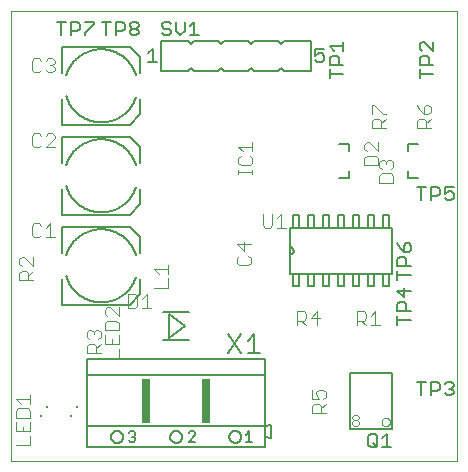
<source format=gto>
G75*
%MOIN*%
%OFA0B0*%
%FSLAX25Y25*%
%IPPOS*%
%LPD*%
%AMOC8*
5,1,8,0,0,1.08239X$1,22.5*
%
%ADD10C,0.00000*%
%ADD11C,0.00800*%
%ADD12C,0.00400*%
%ADD13C,0.00600*%
%ADD14C,0.00984*%
%ADD15R,0.00787X0.00787*%
%ADD16C,0.00500*%
%ADD17C,0.00200*%
%ADD18C,0.00300*%
%ADD19R,0.03000X0.15000*%
%ADD20C,0.00700*%
D10*
X0001800Y0001800D02*
X0001800Y0151761D01*
X0150501Y0151761D01*
X0150501Y0001800D01*
X0001800Y0001800D01*
D11*
X0018808Y0053808D02*
X0018808Y0062469D01*
X0018808Y0053808D02*
X0041249Y0053808D01*
X0044792Y0057351D01*
X0044792Y0062469D01*
X0044792Y0071131D02*
X0044792Y0076249D01*
X0041249Y0079792D01*
X0018808Y0079792D01*
X0018808Y0071131D01*
X0018808Y0083808D02*
X0018808Y0092469D01*
X0018808Y0101131D02*
X0018808Y0109792D01*
X0041249Y0109792D01*
X0044792Y0106249D01*
X0044792Y0101131D01*
X0044792Y0092469D02*
X0044792Y0087351D01*
X0041249Y0083808D01*
X0018808Y0083808D01*
X0020186Y0100540D02*
X0020280Y0100821D01*
X0020382Y0101100D01*
X0020490Y0101376D01*
X0020605Y0101649D01*
X0020726Y0101920D01*
X0020854Y0102187D01*
X0020989Y0102452D01*
X0021130Y0102713D01*
X0021277Y0102970D01*
X0021430Y0103224D01*
X0021590Y0103474D01*
X0021755Y0103720D01*
X0021927Y0103962D01*
X0022104Y0104199D01*
X0022287Y0104433D01*
X0022476Y0104661D01*
X0022671Y0104886D01*
X0022870Y0105105D01*
X0023075Y0105319D01*
X0023285Y0105528D01*
X0023500Y0105732D01*
X0023721Y0105931D01*
X0023945Y0106125D01*
X0024175Y0106312D01*
X0024409Y0106495D01*
X0024647Y0106671D01*
X0024890Y0106842D01*
X0025136Y0107006D01*
X0025387Y0107165D01*
X0025641Y0107317D01*
X0025900Y0107463D01*
X0026161Y0107603D01*
X0026426Y0107737D01*
X0026694Y0107864D01*
X0026965Y0107984D01*
X0027239Y0108098D01*
X0027515Y0108205D01*
X0027795Y0108305D01*
X0028076Y0108398D01*
X0028360Y0108485D01*
X0028645Y0108564D01*
X0028933Y0108637D01*
X0029222Y0108703D01*
X0029513Y0108761D01*
X0029805Y0108812D01*
X0030098Y0108857D01*
X0030392Y0108894D01*
X0030687Y0108924D01*
X0030983Y0108947D01*
X0031279Y0108962D01*
X0031576Y0108970D01*
X0031872Y0108972D01*
X0032169Y0108965D01*
X0032465Y0108952D01*
X0032761Y0108932D01*
X0033056Y0108904D01*
X0033350Y0108869D01*
X0033644Y0108827D01*
X0033936Y0108777D01*
X0034228Y0108721D01*
X0034517Y0108658D01*
X0034805Y0108587D01*
X0035092Y0108510D01*
X0035376Y0108425D01*
X0035658Y0108334D01*
X0035938Y0108236D01*
X0036215Y0108131D01*
X0036490Y0108019D01*
X0036762Y0107901D01*
X0037031Y0107776D01*
X0037297Y0107644D01*
X0037559Y0107507D01*
X0037818Y0107362D01*
X0038074Y0107212D01*
X0038326Y0107055D01*
X0038574Y0106892D01*
X0038817Y0106724D01*
X0039057Y0106549D01*
X0039292Y0106368D01*
X0039523Y0106182D01*
X0039750Y0105991D01*
X0039971Y0105794D01*
X0040188Y0105591D01*
X0040399Y0105383D01*
X0040606Y0105171D01*
X0040807Y0104953D01*
X0041003Y0104730D01*
X0041194Y0104503D01*
X0041379Y0104271D01*
X0041558Y0104035D01*
X0041731Y0103794D01*
X0041898Y0103549D01*
X0042060Y0103300D01*
X0042215Y0103048D01*
X0042364Y0102791D01*
X0042507Y0102532D01*
X0042644Y0102268D01*
X0042774Y0102002D01*
X0042897Y0101732D01*
X0043014Y0101460D01*
X0043124Y0101184D01*
X0043227Y0100906D01*
X0043324Y0100626D01*
X0043414Y0100343D01*
X0043414Y0093060D02*
X0043320Y0092779D01*
X0043218Y0092500D01*
X0043110Y0092224D01*
X0042995Y0091951D01*
X0042874Y0091680D01*
X0042746Y0091413D01*
X0042611Y0091148D01*
X0042470Y0090887D01*
X0042323Y0090630D01*
X0042170Y0090376D01*
X0042010Y0090126D01*
X0041845Y0089880D01*
X0041673Y0089638D01*
X0041496Y0089401D01*
X0041313Y0089167D01*
X0041124Y0088939D01*
X0040929Y0088714D01*
X0040730Y0088495D01*
X0040525Y0088281D01*
X0040315Y0088072D01*
X0040100Y0087868D01*
X0039879Y0087669D01*
X0039655Y0087475D01*
X0039425Y0087288D01*
X0039191Y0087105D01*
X0038953Y0086929D01*
X0038710Y0086758D01*
X0038464Y0086594D01*
X0038213Y0086435D01*
X0037959Y0086283D01*
X0037700Y0086137D01*
X0037439Y0085997D01*
X0037174Y0085863D01*
X0036906Y0085736D01*
X0036635Y0085616D01*
X0036361Y0085502D01*
X0036085Y0085395D01*
X0035805Y0085295D01*
X0035524Y0085202D01*
X0035240Y0085115D01*
X0034955Y0085036D01*
X0034667Y0084963D01*
X0034378Y0084897D01*
X0034087Y0084839D01*
X0033795Y0084788D01*
X0033502Y0084743D01*
X0033208Y0084706D01*
X0032913Y0084676D01*
X0032617Y0084653D01*
X0032321Y0084638D01*
X0032024Y0084630D01*
X0031728Y0084628D01*
X0031431Y0084635D01*
X0031135Y0084648D01*
X0030839Y0084668D01*
X0030544Y0084696D01*
X0030250Y0084731D01*
X0029956Y0084773D01*
X0029664Y0084823D01*
X0029372Y0084879D01*
X0029083Y0084942D01*
X0028795Y0085013D01*
X0028508Y0085090D01*
X0028224Y0085175D01*
X0027942Y0085266D01*
X0027662Y0085364D01*
X0027385Y0085469D01*
X0027110Y0085581D01*
X0026838Y0085699D01*
X0026569Y0085824D01*
X0026303Y0085956D01*
X0026041Y0086093D01*
X0025782Y0086238D01*
X0025526Y0086388D01*
X0025274Y0086545D01*
X0025026Y0086708D01*
X0024783Y0086876D01*
X0024543Y0087051D01*
X0024308Y0087232D01*
X0024077Y0087418D01*
X0023850Y0087609D01*
X0023629Y0087806D01*
X0023412Y0088009D01*
X0023201Y0088217D01*
X0022994Y0088429D01*
X0022793Y0088647D01*
X0022597Y0088870D01*
X0022406Y0089097D01*
X0022221Y0089329D01*
X0022042Y0089565D01*
X0021869Y0089806D01*
X0021702Y0090051D01*
X0021540Y0090300D01*
X0021385Y0090552D01*
X0021236Y0090809D01*
X0021093Y0091068D01*
X0020956Y0091332D01*
X0020826Y0091598D01*
X0020703Y0091868D01*
X0020586Y0092140D01*
X0020476Y0092416D01*
X0020373Y0092694D01*
X0020276Y0092974D01*
X0020186Y0093257D01*
X0018808Y0113808D02*
X0018808Y0122469D01*
X0018808Y0113808D02*
X0041249Y0113808D01*
X0044792Y0117351D01*
X0044792Y0122469D01*
X0044792Y0131131D02*
X0044792Y0136249D01*
X0041249Y0139792D01*
X0018808Y0139792D01*
X0018808Y0131131D01*
X0020186Y0130540D02*
X0020280Y0130821D01*
X0020382Y0131100D01*
X0020490Y0131376D01*
X0020605Y0131649D01*
X0020726Y0131920D01*
X0020854Y0132187D01*
X0020989Y0132452D01*
X0021130Y0132713D01*
X0021277Y0132970D01*
X0021430Y0133224D01*
X0021590Y0133474D01*
X0021755Y0133720D01*
X0021927Y0133962D01*
X0022104Y0134199D01*
X0022287Y0134433D01*
X0022476Y0134661D01*
X0022671Y0134886D01*
X0022870Y0135105D01*
X0023075Y0135319D01*
X0023285Y0135528D01*
X0023500Y0135732D01*
X0023721Y0135931D01*
X0023945Y0136125D01*
X0024175Y0136312D01*
X0024409Y0136495D01*
X0024647Y0136671D01*
X0024890Y0136842D01*
X0025136Y0137006D01*
X0025387Y0137165D01*
X0025641Y0137317D01*
X0025900Y0137463D01*
X0026161Y0137603D01*
X0026426Y0137737D01*
X0026694Y0137864D01*
X0026965Y0137984D01*
X0027239Y0138098D01*
X0027515Y0138205D01*
X0027795Y0138305D01*
X0028076Y0138398D01*
X0028360Y0138485D01*
X0028645Y0138564D01*
X0028933Y0138637D01*
X0029222Y0138703D01*
X0029513Y0138761D01*
X0029805Y0138812D01*
X0030098Y0138857D01*
X0030392Y0138894D01*
X0030687Y0138924D01*
X0030983Y0138947D01*
X0031279Y0138962D01*
X0031576Y0138970D01*
X0031872Y0138972D01*
X0032169Y0138965D01*
X0032465Y0138952D01*
X0032761Y0138932D01*
X0033056Y0138904D01*
X0033350Y0138869D01*
X0033644Y0138827D01*
X0033936Y0138777D01*
X0034228Y0138721D01*
X0034517Y0138658D01*
X0034805Y0138587D01*
X0035092Y0138510D01*
X0035376Y0138425D01*
X0035658Y0138334D01*
X0035938Y0138236D01*
X0036215Y0138131D01*
X0036490Y0138019D01*
X0036762Y0137901D01*
X0037031Y0137776D01*
X0037297Y0137644D01*
X0037559Y0137507D01*
X0037818Y0137362D01*
X0038074Y0137212D01*
X0038326Y0137055D01*
X0038574Y0136892D01*
X0038817Y0136724D01*
X0039057Y0136549D01*
X0039292Y0136368D01*
X0039523Y0136182D01*
X0039750Y0135991D01*
X0039971Y0135794D01*
X0040188Y0135591D01*
X0040399Y0135383D01*
X0040606Y0135171D01*
X0040807Y0134953D01*
X0041003Y0134730D01*
X0041194Y0134503D01*
X0041379Y0134271D01*
X0041558Y0134035D01*
X0041731Y0133794D01*
X0041898Y0133549D01*
X0042060Y0133300D01*
X0042215Y0133048D01*
X0042364Y0132791D01*
X0042507Y0132532D01*
X0042644Y0132268D01*
X0042774Y0132002D01*
X0042897Y0131732D01*
X0043014Y0131460D01*
X0043124Y0131184D01*
X0043227Y0130906D01*
X0043324Y0130626D01*
X0043414Y0130343D01*
X0043414Y0123060D02*
X0043320Y0122779D01*
X0043218Y0122500D01*
X0043110Y0122224D01*
X0042995Y0121951D01*
X0042874Y0121680D01*
X0042746Y0121413D01*
X0042611Y0121148D01*
X0042470Y0120887D01*
X0042323Y0120630D01*
X0042170Y0120376D01*
X0042010Y0120126D01*
X0041845Y0119880D01*
X0041673Y0119638D01*
X0041496Y0119401D01*
X0041313Y0119167D01*
X0041124Y0118939D01*
X0040929Y0118714D01*
X0040730Y0118495D01*
X0040525Y0118281D01*
X0040315Y0118072D01*
X0040100Y0117868D01*
X0039879Y0117669D01*
X0039655Y0117475D01*
X0039425Y0117288D01*
X0039191Y0117105D01*
X0038953Y0116929D01*
X0038710Y0116758D01*
X0038464Y0116594D01*
X0038213Y0116435D01*
X0037959Y0116283D01*
X0037700Y0116137D01*
X0037439Y0115997D01*
X0037174Y0115863D01*
X0036906Y0115736D01*
X0036635Y0115616D01*
X0036361Y0115502D01*
X0036085Y0115395D01*
X0035805Y0115295D01*
X0035524Y0115202D01*
X0035240Y0115115D01*
X0034955Y0115036D01*
X0034667Y0114963D01*
X0034378Y0114897D01*
X0034087Y0114839D01*
X0033795Y0114788D01*
X0033502Y0114743D01*
X0033208Y0114706D01*
X0032913Y0114676D01*
X0032617Y0114653D01*
X0032321Y0114638D01*
X0032024Y0114630D01*
X0031728Y0114628D01*
X0031431Y0114635D01*
X0031135Y0114648D01*
X0030839Y0114668D01*
X0030544Y0114696D01*
X0030250Y0114731D01*
X0029956Y0114773D01*
X0029664Y0114823D01*
X0029372Y0114879D01*
X0029083Y0114942D01*
X0028795Y0115013D01*
X0028508Y0115090D01*
X0028224Y0115175D01*
X0027942Y0115266D01*
X0027662Y0115364D01*
X0027385Y0115469D01*
X0027110Y0115581D01*
X0026838Y0115699D01*
X0026569Y0115824D01*
X0026303Y0115956D01*
X0026041Y0116093D01*
X0025782Y0116238D01*
X0025526Y0116388D01*
X0025274Y0116545D01*
X0025026Y0116708D01*
X0024783Y0116876D01*
X0024543Y0117051D01*
X0024308Y0117232D01*
X0024077Y0117418D01*
X0023850Y0117609D01*
X0023629Y0117806D01*
X0023412Y0118009D01*
X0023201Y0118217D01*
X0022994Y0118429D01*
X0022793Y0118647D01*
X0022597Y0118870D01*
X0022406Y0119097D01*
X0022221Y0119329D01*
X0022042Y0119565D01*
X0021869Y0119806D01*
X0021702Y0120051D01*
X0021540Y0120300D01*
X0021385Y0120552D01*
X0021236Y0120809D01*
X0021093Y0121068D01*
X0020956Y0121332D01*
X0020826Y0121598D01*
X0020703Y0121868D01*
X0020586Y0122140D01*
X0020476Y0122416D01*
X0020373Y0122694D01*
X0020276Y0122974D01*
X0020186Y0123257D01*
X0020186Y0070540D02*
X0020280Y0070821D01*
X0020382Y0071100D01*
X0020490Y0071376D01*
X0020605Y0071649D01*
X0020726Y0071920D01*
X0020854Y0072187D01*
X0020989Y0072452D01*
X0021130Y0072713D01*
X0021277Y0072970D01*
X0021430Y0073224D01*
X0021590Y0073474D01*
X0021755Y0073720D01*
X0021927Y0073962D01*
X0022104Y0074199D01*
X0022287Y0074433D01*
X0022476Y0074661D01*
X0022671Y0074886D01*
X0022870Y0075105D01*
X0023075Y0075319D01*
X0023285Y0075528D01*
X0023500Y0075732D01*
X0023721Y0075931D01*
X0023945Y0076125D01*
X0024175Y0076312D01*
X0024409Y0076495D01*
X0024647Y0076671D01*
X0024890Y0076842D01*
X0025136Y0077006D01*
X0025387Y0077165D01*
X0025641Y0077317D01*
X0025900Y0077463D01*
X0026161Y0077603D01*
X0026426Y0077737D01*
X0026694Y0077864D01*
X0026965Y0077984D01*
X0027239Y0078098D01*
X0027515Y0078205D01*
X0027795Y0078305D01*
X0028076Y0078398D01*
X0028360Y0078485D01*
X0028645Y0078564D01*
X0028933Y0078637D01*
X0029222Y0078703D01*
X0029513Y0078761D01*
X0029805Y0078812D01*
X0030098Y0078857D01*
X0030392Y0078894D01*
X0030687Y0078924D01*
X0030983Y0078947D01*
X0031279Y0078962D01*
X0031576Y0078970D01*
X0031872Y0078972D01*
X0032169Y0078965D01*
X0032465Y0078952D01*
X0032761Y0078932D01*
X0033056Y0078904D01*
X0033350Y0078869D01*
X0033644Y0078827D01*
X0033936Y0078777D01*
X0034228Y0078721D01*
X0034517Y0078658D01*
X0034805Y0078587D01*
X0035092Y0078510D01*
X0035376Y0078425D01*
X0035658Y0078334D01*
X0035938Y0078236D01*
X0036215Y0078131D01*
X0036490Y0078019D01*
X0036762Y0077901D01*
X0037031Y0077776D01*
X0037297Y0077644D01*
X0037559Y0077507D01*
X0037818Y0077362D01*
X0038074Y0077212D01*
X0038326Y0077055D01*
X0038574Y0076892D01*
X0038817Y0076724D01*
X0039057Y0076549D01*
X0039292Y0076368D01*
X0039523Y0076182D01*
X0039750Y0075991D01*
X0039971Y0075794D01*
X0040188Y0075591D01*
X0040399Y0075383D01*
X0040606Y0075171D01*
X0040807Y0074953D01*
X0041003Y0074730D01*
X0041194Y0074503D01*
X0041379Y0074271D01*
X0041558Y0074035D01*
X0041731Y0073794D01*
X0041898Y0073549D01*
X0042060Y0073300D01*
X0042215Y0073048D01*
X0042364Y0072791D01*
X0042507Y0072532D01*
X0042644Y0072268D01*
X0042774Y0072002D01*
X0042897Y0071732D01*
X0043014Y0071460D01*
X0043124Y0071184D01*
X0043227Y0070906D01*
X0043324Y0070626D01*
X0043414Y0070343D01*
X0043414Y0063060D02*
X0043320Y0062779D01*
X0043218Y0062500D01*
X0043110Y0062224D01*
X0042995Y0061951D01*
X0042874Y0061680D01*
X0042746Y0061413D01*
X0042611Y0061148D01*
X0042470Y0060887D01*
X0042323Y0060630D01*
X0042170Y0060376D01*
X0042010Y0060126D01*
X0041845Y0059880D01*
X0041673Y0059638D01*
X0041496Y0059401D01*
X0041313Y0059167D01*
X0041124Y0058939D01*
X0040929Y0058714D01*
X0040730Y0058495D01*
X0040525Y0058281D01*
X0040315Y0058072D01*
X0040100Y0057868D01*
X0039879Y0057669D01*
X0039655Y0057475D01*
X0039425Y0057288D01*
X0039191Y0057105D01*
X0038953Y0056929D01*
X0038710Y0056758D01*
X0038464Y0056594D01*
X0038213Y0056435D01*
X0037959Y0056283D01*
X0037700Y0056137D01*
X0037439Y0055997D01*
X0037174Y0055863D01*
X0036906Y0055736D01*
X0036635Y0055616D01*
X0036361Y0055502D01*
X0036085Y0055395D01*
X0035805Y0055295D01*
X0035524Y0055202D01*
X0035240Y0055115D01*
X0034955Y0055036D01*
X0034667Y0054963D01*
X0034378Y0054897D01*
X0034087Y0054839D01*
X0033795Y0054788D01*
X0033502Y0054743D01*
X0033208Y0054706D01*
X0032913Y0054676D01*
X0032617Y0054653D01*
X0032321Y0054638D01*
X0032024Y0054630D01*
X0031728Y0054628D01*
X0031431Y0054635D01*
X0031135Y0054648D01*
X0030839Y0054668D01*
X0030544Y0054696D01*
X0030250Y0054731D01*
X0029956Y0054773D01*
X0029664Y0054823D01*
X0029372Y0054879D01*
X0029083Y0054942D01*
X0028795Y0055013D01*
X0028508Y0055090D01*
X0028224Y0055175D01*
X0027942Y0055266D01*
X0027662Y0055364D01*
X0027385Y0055469D01*
X0027110Y0055581D01*
X0026838Y0055699D01*
X0026569Y0055824D01*
X0026303Y0055956D01*
X0026041Y0056093D01*
X0025782Y0056238D01*
X0025526Y0056388D01*
X0025274Y0056545D01*
X0025026Y0056708D01*
X0024783Y0056876D01*
X0024543Y0057051D01*
X0024308Y0057232D01*
X0024077Y0057418D01*
X0023850Y0057609D01*
X0023629Y0057806D01*
X0023412Y0058009D01*
X0023201Y0058217D01*
X0022994Y0058429D01*
X0022793Y0058647D01*
X0022597Y0058870D01*
X0022406Y0059097D01*
X0022221Y0059329D01*
X0022042Y0059565D01*
X0021869Y0059806D01*
X0021702Y0060051D01*
X0021540Y0060300D01*
X0021385Y0060552D01*
X0021236Y0060809D01*
X0021093Y0061068D01*
X0020956Y0061332D01*
X0020826Y0061598D01*
X0020703Y0061868D01*
X0020586Y0062140D01*
X0020476Y0062416D01*
X0020373Y0062694D01*
X0020276Y0062974D01*
X0020186Y0063257D01*
X0054331Y0050737D02*
X0054331Y0042863D01*
X0059737Y0046800D01*
X0054331Y0050737D01*
D12*
X0048450Y0052713D02*
X0045380Y0052713D01*
X0046915Y0052713D02*
X0046915Y0057317D01*
X0045380Y0055782D01*
X0043846Y0056549D02*
X0043078Y0057317D01*
X0040776Y0057317D01*
X0040776Y0052713D01*
X0043078Y0052713D01*
X0043846Y0053480D01*
X0043846Y0056549D01*
X0049496Y0059500D02*
X0054100Y0059500D01*
X0054100Y0062569D01*
X0054100Y0064104D02*
X0054100Y0067173D01*
X0054100Y0065639D02*
X0049496Y0065639D01*
X0051031Y0064104D01*
X0037663Y0052976D02*
X0037663Y0049906D01*
X0034594Y0052976D01*
X0033826Y0052976D01*
X0033059Y0052208D01*
X0033059Y0050674D01*
X0033826Y0049906D01*
X0033826Y0048372D02*
X0033059Y0047604D01*
X0033059Y0045302D01*
X0037663Y0045302D01*
X0037663Y0047604D01*
X0036896Y0048372D01*
X0033826Y0048372D01*
X0030833Y0045465D02*
X0031600Y0044698D01*
X0031600Y0043163D01*
X0030833Y0042396D01*
X0031600Y0040861D02*
X0030065Y0039327D01*
X0030065Y0040094D02*
X0030065Y0037792D01*
X0031600Y0037792D02*
X0026996Y0037792D01*
X0026996Y0040094D01*
X0027763Y0040861D01*
X0029298Y0040861D01*
X0030065Y0040094D01*
X0027763Y0042396D02*
X0026996Y0043163D01*
X0026996Y0044698D01*
X0027763Y0045465D01*
X0028531Y0045465D01*
X0029298Y0044698D01*
X0030065Y0045465D01*
X0030833Y0045465D01*
X0029298Y0044698D02*
X0029298Y0043931D01*
X0033059Y0043768D02*
X0033059Y0040698D01*
X0037663Y0040698D01*
X0037663Y0043768D01*
X0035361Y0042233D02*
X0035361Y0040698D01*
X0037663Y0039164D02*
X0037663Y0036094D01*
X0033059Y0036094D01*
X0008037Y0023871D02*
X0008037Y0020802D01*
X0008037Y0022336D02*
X0003433Y0022336D01*
X0004968Y0020802D01*
X0004200Y0019267D02*
X0003433Y0018500D01*
X0003433Y0016198D01*
X0008037Y0016198D01*
X0008037Y0018500D01*
X0007270Y0019267D01*
X0004200Y0019267D01*
X0003433Y0014663D02*
X0003433Y0011594D01*
X0008037Y0011594D01*
X0008037Y0014663D01*
X0005735Y0013128D02*
X0005735Y0011594D01*
X0008037Y0010059D02*
X0008037Y0006990D01*
X0003433Y0006990D01*
X0004496Y0062000D02*
X0004496Y0064302D01*
X0005263Y0065069D01*
X0006798Y0065069D01*
X0007565Y0064302D01*
X0007565Y0062000D01*
X0007565Y0063535D02*
X0009100Y0065069D01*
X0009100Y0066604D02*
X0006031Y0069673D01*
X0005263Y0069673D01*
X0004496Y0068906D01*
X0004496Y0067371D01*
X0005263Y0066604D01*
X0009100Y0066604D02*
X0009100Y0069673D01*
X0009421Y0076291D02*
X0010955Y0076291D01*
X0011723Y0077059D01*
X0013257Y0076291D02*
X0016327Y0076291D01*
X0014792Y0076291D02*
X0014792Y0080895D01*
X0013257Y0079361D01*
X0011723Y0080128D02*
X0010955Y0080895D01*
X0009421Y0080895D01*
X0008654Y0080128D01*
X0008654Y0077059D01*
X0009421Y0076291D01*
X0009100Y0062000D02*
X0004496Y0062000D01*
X0009421Y0106291D02*
X0008654Y0107059D01*
X0008654Y0110128D01*
X0009421Y0110895D01*
X0010955Y0110895D01*
X0011723Y0110128D01*
X0013257Y0110128D02*
X0014025Y0110895D01*
X0015559Y0110895D01*
X0016327Y0110128D01*
X0016327Y0109361D01*
X0013257Y0106291D01*
X0016327Y0106291D01*
X0011723Y0107059D02*
X0010955Y0106291D01*
X0009421Y0106291D01*
X0009421Y0131291D02*
X0008654Y0132059D01*
X0008654Y0135128D01*
X0009421Y0135895D01*
X0010955Y0135895D01*
X0011723Y0135128D01*
X0013257Y0135128D02*
X0014025Y0135895D01*
X0015559Y0135895D01*
X0016327Y0135128D01*
X0016327Y0134361D01*
X0015559Y0133593D01*
X0016327Y0132826D01*
X0016327Y0132059D01*
X0015559Y0131291D01*
X0014025Y0131291D01*
X0013257Y0132059D01*
X0011723Y0132059D02*
X0010955Y0131291D01*
X0009421Y0131291D01*
X0014792Y0133593D02*
X0015559Y0133593D01*
X0077496Y0106431D02*
X0082100Y0106431D01*
X0082100Y0107965D02*
X0082100Y0104896D01*
X0081333Y0103361D02*
X0082100Y0102594D01*
X0082100Y0101059D01*
X0081333Y0100292D01*
X0078263Y0100292D01*
X0077496Y0101059D01*
X0077496Y0102594D01*
X0078263Y0103361D01*
X0079031Y0104896D02*
X0077496Y0106431D01*
X0077496Y0098757D02*
X0077496Y0097223D01*
X0077496Y0097990D02*
X0082100Y0097990D01*
X0082100Y0097223D02*
X0082100Y0098757D01*
X0079298Y0074673D02*
X0079298Y0071604D01*
X0076996Y0073906D01*
X0081600Y0073906D01*
X0080833Y0070069D02*
X0081600Y0069302D01*
X0081600Y0067767D01*
X0080833Y0067000D01*
X0077763Y0067000D01*
X0076996Y0067767D01*
X0076996Y0069302D01*
X0077763Y0070069D01*
X0097000Y0051604D02*
X0099302Y0051604D01*
X0100069Y0050837D01*
X0100069Y0049302D01*
X0099302Y0048535D01*
X0097000Y0048535D01*
X0098535Y0048535D02*
X0100069Y0047000D01*
X0101604Y0049302D02*
X0104673Y0049302D01*
X0103906Y0051604D02*
X0101604Y0049302D01*
X0103906Y0047000D02*
X0103906Y0051604D01*
X0097000Y0051604D02*
X0097000Y0047000D01*
X0117000Y0047000D02*
X0117000Y0051604D01*
X0119302Y0051604D01*
X0120069Y0050837D01*
X0120069Y0049302D01*
X0119302Y0048535D01*
X0117000Y0048535D01*
X0118535Y0048535D02*
X0120069Y0047000D01*
X0121604Y0047000D02*
X0124673Y0047000D01*
X0123139Y0047000D02*
X0123139Y0051604D01*
X0121604Y0050069D01*
X0105833Y0025465D02*
X0104298Y0025465D01*
X0103531Y0024698D01*
X0103531Y0023931D01*
X0104298Y0022396D01*
X0101996Y0022396D01*
X0101996Y0025465D01*
X0105833Y0025465D02*
X0106600Y0024698D01*
X0106600Y0023163D01*
X0105833Y0022396D01*
X0106600Y0020861D02*
X0105065Y0019327D01*
X0105065Y0020094D02*
X0104298Y0020861D01*
X0102763Y0020861D01*
X0101996Y0020094D01*
X0101996Y0017792D01*
X0106600Y0017792D01*
X0105065Y0017792D02*
X0105065Y0020094D01*
X0115317Y0016503D02*
X0115317Y0015902D01*
X0115917Y0015302D01*
X0117118Y0015302D01*
X0117719Y0014701D01*
X0117719Y0014101D01*
X0117118Y0013500D01*
X0115917Y0013500D01*
X0115317Y0014101D01*
X0115317Y0014701D01*
X0115917Y0015302D01*
X0117118Y0015302D02*
X0117719Y0015902D01*
X0117719Y0016503D01*
X0117118Y0017103D01*
X0115917Y0017103D01*
X0115317Y0016503D01*
X0124496Y0094500D02*
X0124496Y0096802D01*
X0125263Y0097569D01*
X0128333Y0097569D01*
X0129100Y0096802D01*
X0129100Y0094500D01*
X0124496Y0094500D01*
X0125263Y0099104D02*
X0124496Y0099871D01*
X0124496Y0101406D01*
X0125263Y0102173D01*
X0126031Y0102173D01*
X0126798Y0101406D01*
X0127565Y0102173D01*
X0128333Y0102173D01*
X0129100Y0101406D01*
X0129100Y0099871D01*
X0128333Y0099104D01*
X0126798Y0100639D02*
X0126798Y0101406D01*
X0124100Y0100292D02*
X0124100Y0102594D01*
X0123333Y0103361D01*
X0120263Y0103361D01*
X0119496Y0102594D01*
X0119496Y0100292D01*
X0124100Y0100292D01*
X0124100Y0104896D02*
X0121031Y0107965D01*
X0120263Y0107965D01*
X0119496Y0107198D01*
X0119496Y0105663D01*
X0120263Y0104896D01*
X0124100Y0104896D02*
X0124100Y0107965D01*
X0125065Y0112792D02*
X0125065Y0115094D01*
X0124298Y0115861D01*
X0122763Y0115861D01*
X0121996Y0115094D01*
X0121996Y0112792D01*
X0126600Y0112792D01*
X0125065Y0114327D02*
X0126600Y0115861D01*
X0126600Y0117396D02*
X0125833Y0117396D01*
X0122763Y0120465D01*
X0121996Y0120465D01*
X0121996Y0117396D01*
X0136996Y0115094D02*
X0136996Y0112792D01*
X0141600Y0112792D01*
X0140065Y0112792D02*
X0140065Y0115094D01*
X0139298Y0115861D01*
X0137763Y0115861D01*
X0136996Y0115094D01*
X0140065Y0114327D02*
X0141600Y0115861D01*
X0140833Y0117396D02*
X0141600Y0118163D01*
X0141600Y0119698D01*
X0140833Y0120465D01*
X0140065Y0120465D01*
X0139298Y0119698D01*
X0139298Y0117396D01*
X0140833Y0117396D01*
X0139298Y0117396D02*
X0137763Y0118931D01*
X0136996Y0120465D01*
D13*
X0137400Y0107400D02*
X0134200Y0107400D01*
X0134200Y0105200D01*
X0134200Y0098400D02*
X0134200Y0096200D01*
X0137400Y0096200D01*
X0127800Y0083600D02*
X0125800Y0083600D01*
X0125800Y0079500D01*
X0127800Y0079500D01*
X0127800Y0083600D01*
X0127800Y0079500D02*
X0128800Y0079500D01*
X0128800Y0064100D01*
X0127800Y0064100D01*
X0127800Y0060000D01*
X0125800Y0060000D01*
X0125800Y0064100D01*
X0127800Y0064100D01*
X0125800Y0064100D02*
X0122800Y0064100D01*
X0122800Y0060000D01*
X0120800Y0060000D01*
X0120800Y0064100D01*
X0122800Y0064100D01*
X0120800Y0064100D02*
X0117800Y0064100D01*
X0117800Y0060000D01*
X0115800Y0060000D01*
X0115800Y0064100D01*
X0117800Y0064100D01*
X0115800Y0064100D02*
X0112800Y0064100D01*
X0112800Y0060000D01*
X0110800Y0060000D01*
X0110800Y0064100D01*
X0112800Y0064100D01*
X0110800Y0064100D02*
X0107800Y0064100D01*
X0107800Y0060000D01*
X0105800Y0060000D01*
X0105800Y0064100D01*
X0107800Y0064100D01*
X0105800Y0064100D02*
X0102800Y0064100D01*
X0102800Y0060000D01*
X0100800Y0060000D01*
X0100800Y0064100D01*
X0102800Y0064100D01*
X0100800Y0064100D02*
X0097800Y0064100D01*
X0097800Y0060000D01*
X0095800Y0060000D01*
X0095800Y0064100D01*
X0097800Y0064100D01*
X0095800Y0064100D02*
X0094800Y0064100D01*
X0094800Y0070600D01*
X0094800Y0079500D01*
X0095800Y0079500D01*
X0095800Y0083600D01*
X0097800Y0083600D01*
X0097800Y0079500D01*
X0095800Y0079500D01*
X0097800Y0079500D02*
X0100800Y0079500D01*
X0100800Y0083600D01*
X0102800Y0083600D01*
X0102800Y0079500D01*
X0100800Y0079500D01*
X0102800Y0079500D02*
X0105800Y0079500D01*
X0105800Y0083600D01*
X0107800Y0083600D01*
X0107800Y0079500D01*
X0105800Y0079500D01*
X0107800Y0079500D02*
X0110800Y0079500D01*
X0110800Y0083600D01*
X0112800Y0083600D01*
X0112800Y0079500D01*
X0110800Y0079500D01*
X0112800Y0079500D02*
X0115800Y0079500D01*
X0115800Y0083600D01*
X0117800Y0083600D01*
X0117800Y0079500D01*
X0115800Y0079500D01*
X0117800Y0079500D02*
X0120800Y0079500D01*
X0120800Y0083600D01*
X0122800Y0083600D01*
X0122800Y0079500D01*
X0120800Y0079500D01*
X0122800Y0079500D02*
X0125800Y0079500D01*
X0114400Y0096200D02*
X0111200Y0096200D01*
X0114400Y0096200D02*
X0114400Y0098400D01*
X0114400Y0105200D02*
X0114400Y0107400D01*
X0111200Y0107400D01*
X0101800Y0131800D02*
X0092800Y0131800D01*
X0091800Y0132800D01*
X0090800Y0131800D01*
X0082800Y0131800D01*
X0081800Y0132800D01*
X0080800Y0131800D01*
X0072800Y0131800D01*
X0071800Y0132800D01*
X0070800Y0131800D01*
X0062800Y0131800D01*
X0061800Y0132800D01*
X0060800Y0131800D01*
X0051800Y0131800D01*
X0051800Y0141800D01*
X0060800Y0141800D01*
X0061800Y0140800D01*
X0062800Y0141800D01*
X0070800Y0141800D01*
X0071800Y0140800D01*
X0072800Y0141800D01*
X0080800Y0141800D01*
X0081800Y0140800D01*
X0082800Y0141800D01*
X0090800Y0141800D01*
X0091800Y0140800D01*
X0092800Y0141800D01*
X0101800Y0141800D01*
X0101800Y0131800D01*
X0094700Y0073000D02*
X0094769Y0073001D01*
X0094837Y0072998D01*
X0094905Y0072991D01*
X0094973Y0072980D01*
X0095040Y0072965D01*
X0095106Y0072947D01*
X0095171Y0072925D01*
X0095235Y0072899D01*
X0095297Y0072869D01*
X0095357Y0072837D01*
X0095415Y0072800D01*
X0095471Y0072761D01*
X0095525Y0072718D01*
X0095576Y0072672D01*
X0095624Y0072624D01*
X0095670Y0072572D01*
X0095712Y0072519D01*
X0095752Y0072462D01*
X0095788Y0072404D01*
X0095821Y0072344D01*
X0095850Y0072282D01*
X0095876Y0072218D01*
X0095898Y0072153D01*
X0095916Y0072087D01*
X0095931Y0072020D01*
X0095941Y0071953D01*
X0095948Y0071884D01*
X0095951Y0071816D01*
X0095950Y0071747D01*
X0095945Y0071679D01*
X0095936Y0071611D01*
X0095923Y0071543D01*
X0095907Y0071477D01*
X0095886Y0071411D01*
X0095862Y0071347D01*
X0095835Y0071284D01*
X0095803Y0071223D01*
X0095769Y0071164D01*
X0095731Y0071107D01*
X0095690Y0071052D01*
X0095645Y0071000D01*
X0095598Y0070950D01*
X0095548Y0070903D01*
X0095496Y0070859D01*
X0095441Y0070818D01*
X0095384Y0070780D01*
X0095324Y0070745D01*
X0095263Y0070714D01*
X0095200Y0070687D01*
X0095136Y0070663D01*
X0095070Y0070643D01*
X0095004Y0070626D01*
X0094936Y0070614D01*
X0094868Y0070605D01*
X0094800Y0070600D01*
X0094868Y0070605D01*
X0094936Y0070614D01*
X0095004Y0070626D01*
X0095070Y0070643D01*
X0095136Y0070663D01*
X0095200Y0070687D01*
X0095263Y0070714D01*
X0095324Y0070745D01*
X0095384Y0070780D01*
X0095441Y0070818D01*
X0095496Y0070859D01*
X0095548Y0070903D01*
X0095598Y0070950D01*
X0095645Y0071000D01*
X0095690Y0071052D01*
X0095731Y0071107D01*
X0095769Y0071164D01*
X0095803Y0071223D01*
X0095835Y0071284D01*
X0095862Y0071347D01*
X0095886Y0071411D01*
X0095907Y0071477D01*
X0095923Y0071543D01*
X0095936Y0071611D01*
X0095945Y0071679D01*
X0095950Y0071747D01*
X0095951Y0071816D01*
X0095948Y0071884D01*
X0095941Y0071953D01*
X0095931Y0072020D01*
X0095916Y0072087D01*
X0095898Y0072153D01*
X0095876Y0072218D01*
X0095850Y0072282D01*
X0095821Y0072344D01*
X0095788Y0072404D01*
X0095752Y0072462D01*
X0095712Y0072519D01*
X0095670Y0072572D01*
X0095624Y0072624D01*
X0095576Y0072672D01*
X0095525Y0072718D01*
X0095471Y0072761D01*
X0095415Y0072800D01*
X0095357Y0072837D01*
X0095297Y0072869D01*
X0095235Y0072899D01*
X0095171Y0072925D01*
X0095106Y0072947D01*
X0095040Y0072965D01*
X0094973Y0072980D01*
X0094905Y0072991D01*
X0094837Y0072998D01*
X0094769Y0073001D01*
X0094700Y0073000D01*
X0061019Y0051500D02*
X0052387Y0051500D01*
X0052387Y0042100D02*
X0061119Y0042100D01*
X0086400Y0035800D02*
X0086400Y0030300D01*
X0086400Y0013300D01*
X0027200Y0013300D01*
X0027200Y0030300D01*
X0027200Y0035800D01*
X0086400Y0035800D01*
X0086400Y0030300D02*
X0027200Y0030300D01*
X0027200Y0013300D02*
X0027200Y0006300D01*
X0086400Y0006300D01*
X0086400Y0009800D01*
X0086400Y0013300D01*
X0088400Y0013800D01*
X0088400Y0009300D01*
X0086400Y0009800D01*
X0074500Y0009800D02*
X0074502Y0009889D01*
X0074508Y0009978D01*
X0074518Y0010067D01*
X0074532Y0010155D01*
X0074549Y0010242D01*
X0074571Y0010328D01*
X0074597Y0010414D01*
X0074626Y0010498D01*
X0074659Y0010581D01*
X0074695Y0010662D01*
X0074736Y0010742D01*
X0074779Y0010819D01*
X0074826Y0010895D01*
X0074877Y0010968D01*
X0074930Y0011039D01*
X0074987Y0011108D01*
X0075047Y0011174D01*
X0075110Y0011238D01*
X0075175Y0011298D01*
X0075243Y0011356D01*
X0075314Y0011410D01*
X0075387Y0011461D01*
X0075462Y0011509D01*
X0075539Y0011554D01*
X0075618Y0011595D01*
X0075699Y0011632D01*
X0075781Y0011666D01*
X0075865Y0011697D01*
X0075950Y0011723D01*
X0076036Y0011746D01*
X0076123Y0011764D01*
X0076211Y0011779D01*
X0076300Y0011790D01*
X0076389Y0011797D01*
X0076478Y0011800D01*
X0076567Y0011799D01*
X0076656Y0011794D01*
X0076744Y0011785D01*
X0076833Y0011772D01*
X0076920Y0011755D01*
X0077007Y0011735D01*
X0077093Y0011710D01*
X0077177Y0011682D01*
X0077260Y0011650D01*
X0077342Y0011614D01*
X0077422Y0011575D01*
X0077500Y0011532D01*
X0077576Y0011486D01*
X0077650Y0011436D01*
X0077722Y0011383D01*
X0077791Y0011327D01*
X0077858Y0011268D01*
X0077922Y0011206D01*
X0077983Y0011142D01*
X0078042Y0011074D01*
X0078097Y0011004D01*
X0078149Y0010932D01*
X0078198Y0010857D01*
X0078243Y0010781D01*
X0078285Y0010702D01*
X0078323Y0010622D01*
X0078358Y0010540D01*
X0078389Y0010456D01*
X0078417Y0010371D01*
X0078440Y0010285D01*
X0078460Y0010198D01*
X0078476Y0010111D01*
X0078488Y0010022D01*
X0078496Y0009934D01*
X0078500Y0009845D01*
X0078500Y0009755D01*
X0078496Y0009666D01*
X0078488Y0009578D01*
X0078476Y0009489D01*
X0078460Y0009402D01*
X0078440Y0009315D01*
X0078417Y0009229D01*
X0078389Y0009144D01*
X0078358Y0009060D01*
X0078323Y0008978D01*
X0078285Y0008898D01*
X0078243Y0008819D01*
X0078198Y0008743D01*
X0078149Y0008668D01*
X0078097Y0008596D01*
X0078042Y0008526D01*
X0077983Y0008458D01*
X0077922Y0008394D01*
X0077858Y0008332D01*
X0077791Y0008273D01*
X0077722Y0008217D01*
X0077650Y0008164D01*
X0077576Y0008114D01*
X0077500Y0008068D01*
X0077422Y0008025D01*
X0077342Y0007986D01*
X0077260Y0007950D01*
X0077177Y0007918D01*
X0077093Y0007890D01*
X0077007Y0007865D01*
X0076920Y0007845D01*
X0076833Y0007828D01*
X0076744Y0007815D01*
X0076656Y0007806D01*
X0076567Y0007801D01*
X0076478Y0007800D01*
X0076389Y0007803D01*
X0076300Y0007810D01*
X0076211Y0007821D01*
X0076123Y0007836D01*
X0076036Y0007854D01*
X0075950Y0007877D01*
X0075865Y0007903D01*
X0075781Y0007934D01*
X0075699Y0007968D01*
X0075618Y0008005D01*
X0075539Y0008046D01*
X0075462Y0008091D01*
X0075387Y0008139D01*
X0075314Y0008190D01*
X0075243Y0008244D01*
X0075175Y0008302D01*
X0075110Y0008362D01*
X0075047Y0008426D01*
X0074987Y0008492D01*
X0074930Y0008561D01*
X0074877Y0008632D01*
X0074826Y0008705D01*
X0074779Y0008781D01*
X0074736Y0008858D01*
X0074695Y0008938D01*
X0074659Y0009019D01*
X0074626Y0009102D01*
X0074597Y0009186D01*
X0074571Y0009272D01*
X0074549Y0009358D01*
X0074532Y0009445D01*
X0074518Y0009533D01*
X0074508Y0009622D01*
X0074502Y0009711D01*
X0074500Y0009800D01*
X0054800Y0009800D02*
X0054802Y0009889D01*
X0054808Y0009978D01*
X0054818Y0010067D01*
X0054832Y0010155D01*
X0054849Y0010242D01*
X0054871Y0010328D01*
X0054897Y0010414D01*
X0054926Y0010498D01*
X0054959Y0010581D01*
X0054995Y0010662D01*
X0055036Y0010742D01*
X0055079Y0010819D01*
X0055126Y0010895D01*
X0055177Y0010968D01*
X0055230Y0011039D01*
X0055287Y0011108D01*
X0055347Y0011174D01*
X0055410Y0011238D01*
X0055475Y0011298D01*
X0055543Y0011356D01*
X0055614Y0011410D01*
X0055687Y0011461D01*
X0055762Y0011509D01*
X0055839Y0011554D01*
X0055918Y0011595D01*
X0055999Y0011632D01*
X0056081Y0011666D01*
X0056165Y0011697D01*
X0056250Y0011723D01*
X0056336Y0011746D01*
X0056423Y0011764D01*
X0056511Y0011779D01*
X0056600Y0011790D01*
X0056689Y0011797D01*
X0056778Y0011800D01*
X0056867Y0011799D01*
X0056956Y0011794D01*
X0057044Y0011785D01*
X0057133Y0011772D01*
X0057220Y0011755D01*
X0057307Y0011735D01*
X0057393Y0011710D01*
X0057477Y0011682D01*
X0057560Y0011650D01*
X0057642Y0011614D01*
X0057722Y0011575D01*
X0057800Y0011532D01*
X0057876Y0011486D01*
X0057950Y0011436D01*
X0058022Y0011383D01*
X0058091Y0011327D01*
X0058158Y0011268D01*
X0058222Y0011206D01*
X0058283Y0011142D01*
X0058342Y0011074D01*
X0058397Y0011004D01*
X0058449Y0010932D01*
X0058498Y0010857D01*
X0058543Y0010781D01*
X0058585Y0010702D01*
X0058623Y0010622D01*
X0058658Y0010540D01*
X0058689Y0010456D01*
X0058717Y0010371D01*
X0058740Y0010285D01*
X0058760Y0010198D01*
X0058776Y0010111D01*
X0058788Y0010022D01*
X0058796Y0009934D01*
X0058800Y0009845D01*
X0058800Y0009755D01*
X0058796Y0009666D01*
X0058788Y0009578D01*
X0058776Y0009489D01*
X0058760Y0009402D01*
X0058740Y0009315D01*
X0058717Y0009229D01*
X0058689Y0009144D01*
X0058658Y0009060D01*
X0058623Y0008978D01*
X0058585Y0008898D01*
X0058543Y0008819D01*
X0058498Y0008743D01*
X0058449Y0008668D01*
X0058397Y0008596D01*
X0058342Y0008526D01*
X0058283Y0008458D01*
X0058222Y0008394D01*
X0058158Y0008332D01*
X0058091Y0008273D01*
X0058022Y0008217D01*
X0057950Y0008164D01*
X0057876Y0008114D01*
X0057800Y0008068D01*
X0057722Y0008025D01*
X0057642Y0007986D01*
X0057560Y0007950D01*
X0057477Y0007918D01*
X0057393Y0007890D01*
X0057307Y0007865D01*
X0057220Y0007845D01*
X0057133Y0007828D01*
X0057044Y0007815D01*
X0056956Y0007806D01*
X0056867Y0007801D01*
X0056778Y0007800D01*
X0056689Y0007803D01*
X0056600Y0007810D01*
X0056511Y0007821D01*
X0056423Y0007836D01*
X0056336Y0007854D01*
X0056250Y0007877D01*
X0056165Y0007903D01*
X0056081Y0007934D01*
X0055999Y0007968D01*
X0055918Y0008005D01*
X0055839Y0008046D01*
X0055762Y0008091D01*
X0055687Y0008139D01*
X0055614Y0008190D01*
X0055543Y0008244D01*
X0055475Y0008302D01*
X0055410Y0008362D01*
X0055347Y0008426D01*
X0055287Y0008492D01*
X0055230Y0008561D01*
X0055177Y0008632D01*
X0055126Y0008705D01*
X0055079Y0008781D01*
X0055036Y0008858D01*
X0054995Y0008938D01*
X0054959Y0009019D01*
X0054926Y0009102D01*
X0054897Y0009186D01*
X0054871Y0009272D01*
X0054849Y0009358D01*
X0054832Y0009445D01*
X0054818Y0009533D01*
X0054808Y0009622D01*
X0054802Y0009711D01*
X0054800Y0009800D01*
X0035100Y0009800D02*
X0035102Y0009889D01*
X0035108Y0009978D01*
X0035118Y0010067D01*
X0035132Y0010155D01*
X0035149Y0010242D01*
X0035171Y0010328D01*
X0035197Y0010414D01*
X0035226Y0010498D01*
X0035259Y0010581D01*
X0035295Y0010662D01*
X0035336Y0010742D01*
X0035379Y0010819D01*
X0035426Y0010895D01*
X0035477Y0010968D01*
X0035530Y0011039D01*
X0035587Y0011108D01*
X0035647Y0011174D01*
X0035710Y0011238D01*
X0035775Y0011298D01*
X0035843Y0011356D01*
X0035914Y0011410D01*
X0035987Y0011461D01*
X0036062Y0011509D01*
X0036139Y0011554D01*
X0036218Y0011595D01*
X0036299Y0011632D01*
X0036381Y0011666D01*
X0036465Y0011697D01*
X0036550Y0011723D01*
X0036636Y0011746D01*
X0036723Y0011764D01*
X0036811Y0011779D01*
X0036900Y0011790D01*
X0036989Y0011797D01*
X0037078Y0011800D01*
X0037167Y0011799D01*
X0037256Y0011794D01*
X0037344Y0011785D01*
X0037433Y0011772D01*
X0037520Y0011755D01*
X0037607Y0011735D01*
X0037693Y0011710D01*
X0037777Y0011682D01*
X0037860Y0011650D01*
X0037942Y0011614D01*
X0038022Y0011575D01*
X0038100Y0011532D01*
X0038176Y0011486D01*
X0038250Y0011436D01*
X0038322Y0011383D01*
X0038391Y0011327D01*
X0038458Y0011268D01*
X0038522Y0011206D01*
X0038583Y0011142D01*
X0038642Y0011074D01*
X0038697Y0011004D01*
X0038749Y0010932D01*
X0038798Y0010857D01*
X0038843Y0010781D01*
X0038885Y0010702D01*
X0038923Y0010622D01*
X0038958Y0010540D01*
X0038989Y0010456D01*
X0039017Y0010371D01*
X0039040Y0010285D01*
X0039060Y0010198D01*
X0039076Y0010111D01*
X0039088Y0010022D01*
X0039096Y0009934D01*
X0039100Y0009845D01*
X0039100Y0009755D01*
X0039096Y0009666D01*
X0039088Y0009578D01*
X0039076Y0009489D01*
X0039060Y0009402D01*
X0039040Y0009315D01*
X0039017Y0009229D01*
X0038989Y0009144D01*
X0038958Y0009060D01*
X0038923Y0008978D01*
X0038885Y0008898D01*
X0038843Y0008819D01*
X0038798Y0008743D01*
X0038749Y0008668D01*
X0038697Y0008596D01*
X0038642Y0008526D01*
X0038583Y0008458D01*
X0038522Y0008394D01*
X0038458Y0008332D01*
X0038391Y0008273D01*
X0038322Y0008217D01*
X0038250Y0008164D01*
X0038176Y0008114D01*
X0038100Y0008068D01*
X0038022Y0008025D01*
X0037942Y0007986D01*
X0037860Y0007950D01*
X0037777Y0007918D01*
X0037693Y0007890D01*
X0037607Y0007865D01*
X0037520Y0007845D01*
X0037433Y0007828D01*
X0037344Y0007815D01*
X0037256Y0007806D01*
X0037167Y0007801D01*
X0037078Y0007800D01*
X0036989Y0007803D01*
X0036900Y0007810D01*
X0036811Y0007821D01*
X0036723Y0007836D01*
X0036636Y0007854D01*
X0036550Y0007877D01*
X0036465Y0007903D01*
X0036381Y0007934D01*
X0036299Y0007968D01*
X0036218Y0008005D01*
X0036139Y0008046D01*
X0036062Y0008091D01*
X0035987Y0008139D01*
X0035914Y0008190D01*
X0035843Y0008244D01*
X0035775Y0008302D01*
X0035710Y0008362D01*
X0035647Y0008426D01*
X0035587Y0008492D01*
X0035530Y0008561D01*
X0035477Y0008632D01*
X0035426Y0008705D01*
X0035379Y0008781D01*
X0035336Y0008858D01*
X0035295Y0008938D01*
X0035259Y0009019D01*
X0035226Y0009102D01*
X0035197Y0009186D01*
X0035171Y0009272D01*
X0035149Y0009358D01*
X0035132Y0009445D01*
X0035118Y0009533D01*
X0035108Y0009622D01*
X0035102Y0009711D01*
X0035100Y0009800D01*
D14*
X0023867Y0019654D03*
X0013867Y0019654D03*
D15*
X0011800Y0016800D03*
X0021800Y0016800D03*
D16*
X0040959Y0010986D02*
X0041526Y0011553D01*
X0042660Y0011553D01*
X0043228Y0010986D01*
X0043228Y0010419D01*
X0042660Y0009851D01*
X0043228Y0009284D01*
X0043228Y0008717D01*
X0042660Y0008150D01*
X0041526Y0008150D01*
X0040959Y0008717D01*
X0042093Y0009851D02*
X0042660Y0009851D01*
X0060959Y0010986D02*
X0061526Y0011553D01*
X0062660Y0011553D01*
X0063228Y0010986D01*
X0063228Y0010419D01*
X0060959Y0008150D01*
X0063228Y0008150D01*
X0079959Y0008150D02*
X0082228Y0008150D01*
X0081093Y0008150D02*
X0081093Y0011553D01*
X0079959Y0010419D01*
X0114700Y0012500D02*
X0128900Y0012500D01*
X0128900Y0031100D01*
X0114700Y0031100D01*
X0114700Y0012500D01*
X0120842Y0010053D02*
X0120842Y0007051D01*
X0121593Y0006300D01*
X0123094Y0006300D01*
X0123845Y0007051D01*
X0123845Y0010053D01*
X0123094Y0010804D01*
X0121593Y0010804D01*
X0120842Y0010053D01*
X0122343Y0007801D02*
X0123845Y0006300D01*
X0125446Y0006300D02*
X0128449Y0006300D01*
X0126947Y0006300D02*
X0126947Y0010804D01*
X0125446Y0009303D01*
X0138551Y0023550D02*
X0138551Y0028054D01*
X0137050Y0028054D02*
X0140053Y0028054D01*
X0141654Y0028054D02*
X0143906Y0028054D01*
X0144656Y0027303D01*
X0144656Y0025802D01*
X0143906Y0025051D01*
X0141654Y0025051D01*
X0141654Y0023550D02*
X0141654Y0028054D01*
X0146258Y0027303D02*
X0147008Y0028054D01*
X0148510Y0028054D01*
X0149260Y0027303D01*
X0149260Y0026553D01*
X0148510Y0025802D01*
X0149260Y0025051D01*
X0149260Y0024301D01*
X0148510Y0023550D01*
X0147008Y0023550D01*
X0146258Y0024301D01*
X0147759Y0025802D02*
X0148510Y0025802D01*
X0130546Y0047050D02*
X0130546Y0050053D01*
X0130546Y0048551D02*
X0135050Y0048551D01*
X0135050Y0051654D02*
X0130546Y0051654D01*
X0130546Y0053906D01*
X0131297Y0054656D01*
X0132798Y0054656D01*
X0133549Y0053906D01*
X0133549Y0051654D01*
X0132798Y0056258D02*
X0132798Y0059260D01*
X0135050Y0058510D02*
X0130546Y0058510D01*
X0132798Y0056258D01*
X0130546Y0062050D02*
X0130546Y0065053D01*
X0130546Y0063551D02*
X0135050Y0063551D01*
X0135050Y0066654D02*
X0130546Y0066654D01*
X0130546Y0068906D01*
X0131297Y0069656D01*
X0132798Y0069656D01*
X0133549Y0068906D01*
X0133549Y0066654D01*
X0132798Y0071258D02*
X0134299Y0071258D01*
X0135050Y0072008D01*
X0135050Y0073510D01*
X0134299Y0074260D01*
X0133549Y0074260D01*
X0132798Y0073510D01*
X0132798Y0071258D01*
X0131297Y0072759D01*
X0130546Y0074260D01*
X0138551Y0088550D02*
X0138551Y0093054D01*
X0137050Y0093054D02*
X0140053Y0093054D01*
X0141654Y0093054D02*
X0143906Y0093054D01*
X0144656Y0092303D01*
X0144656Y0090802D01*
X0143906Y0090051D01*
X0141654Y0090051D01*
X0141654Y0088550D02*
X0141654Y0093054D01*
X0146258Y0093054D02*
X0146258Y0090802D01*
X0147759Y0091553D01*
X0148510Y0091553D01*
X0149260Y0090802D01*
X0149260Y0089301D01*
X0148510Y0088550D01*
X0147008Y0088550D01*
X0146258Y0089301D01*
X0146258Y0093054D02*
X0149260Y0093054D01*
X0138046Y0129238D02*
X0138046Y0132241D01*
X0138046Y0130739D02*
X0142550Y0130739D01*
X0142550Y0133842D02*
X0138046Y0133842D01*
X0138046Y0136094D01*
X0138797Y0136845D01*
X0140298Y0136845D01*
X0141049Y0136094D01*
X0141049Y0133842D01*
X0142550Y0138446D02*
X0139547Y0141449D01*
X0138797Y0141449D01*
X0138046Y0140698D01*
X0138046Y0139197D01*
X0138797Y0138446D01*
X0142550Y0138446D02*
X0142550Y0141449D01*
X0112550Y0141449D02*
X0112550Y0138446D01*
X0112550Y0139947D02*
X0108046Y0139947D01*
X0109547Y0138446D01*
X0108797Y0136845D02*
X0110298Y0136845D01*
X0111049Y0136094D01*
X0111049Y0133842D01*
X0112550Y0133842D02*
X0108046Y0133842D01*
X0108046Y0136094D01*
X0108797Y0136845D01*
X0106053Y0136802D02*
X0106053Y0135301D01*
X0105302Y0134550D01*
X0103801Y0134550D01*
X0103050Y0135301D01*
X0103050Y0136802D02*
X0104551Y0137553D01*
X0105302Y0137553D01*
X0106053Y0136802D01*
X0106053Y0139054D02*
X0103050Y0139054D01*
X0103050Y0136802D01*
X0108046Y0132241D02*
X0108046Y0129238D01*
X0108046Y0130739D02*
X0112550Y0130739D01*
X0064260Y0143550D02*
X0061258Y0143550D01*
X0062759Y0143550D02*
X0062759Y0148054D01*
X0061258Y0146553D01*
X0059656Y0145051D02*
X0059656Y0148054D01*
X0056654Y0148054D02*
X0056654Y0145051D01*
X0058155Y0143550D01*
X0059656Y0145051D01*
X0055053Y0145051D02*
X0055053Y0144301D01*
X0054302Y0143550D01*
X0052801Y0143550D01*
X0052050Y0144301D01*
X0052801Y0145802D02*
X0054302Y0145802D01*
X0055053Y0145051D01*
X0055053Y0147303D02*
X0054302Y0148054D01*
X0052801Y0148054D01*
X0052050Y0147303D01*
X0052050Y0146553D01*
X0052801Y0145802D01*
X0049051Y0139054D02*
X0049051Y0134550D01*
X0047550Y0134550D02*
X0050553Y0134550D01*
X0047550Y0137553D02*
X0049051Y0139054D01*
X0044260Y0144301D02*
X0043510Y0143550D01*
X0042008Y0143550D01*
X0041258Y0144301D01*
X0041258Y0145051D01*
X0042008Y0145802D01*
X0043510Y0145802D01*
X0044260Y0145051D01*
X0044260Y0144301D01*
X0043510Y0145802D02*
X0044260Y0146553D01*
X0044260Y0147303D01*
X0043510Y0148054D01*
X0042008Y0148054D01*
X0041258Y0147303D01*
X0041258Y0146553D01*
X0042008Y0145802D01*
X0039656Y0145802D02*
X0038906Y0145051D01*
X0036654Y0145051D01*
X0036654Y0143550D02*
X0036654Y0148054D01*
X0038906Y0148054D01*
X0039656Y0147303D01*
X0039656Y0145802D01*
X0035053Y0148054D02*
X0032050Y0148054D01*
X0033551Y0148054D02*
X0033551Y0143550D01*
X0029260Y0147303D02*
X0026258Y0144301D01*
X0026258Y0143550D01*
X0024656Y0145802D02*
X0023906Y0145051D01*
X0021654Y0145051D01*
X0021654Y0143550D02*
X0021654Y0148054D01*
X0023906Y0148054D01*
X0024656Y0147303D01*
X0024656Y0145802D01*
X0026258Y0148054D02*
X0029260Y0148054D01*
X0029260Y0147303D01*
X0020053Y0148054D02*
X0017050Y0148054D01*
X0018551Y0148054D02*
X0018551Y0143550D01*
D17*
X0125300Y0014700D02*
X0125302Y0014775D01*
X0125308Y0014849D01*
X0125318Y0014923D01*
X0125332Y0014996D01*
X0125349Y0015068D01*
X0125371Y0015140D01*
X0125396Y0015210D01*
X0125425Y0015278D01*
X0125458Y0015346D01*
X0125494Y0015411D01*
X0125533Y0015474D01*
X0125576Y0015535D01*
X0125622Y0015594D01*
X0125671Y0015650D01*
X0125723Y0015703D01*
X0125778Y0015754D01*
X0125835Y0015801D01*
X0125895Y0015846D01*
X0125957Y0015887D01*
X0126022Y0015925D01*
X0126088Y0015959D01*
X0126156Y0015990D01*
X0126225Y0016017D01*
X0126296Y0016040D01*
X0126368Y0016060D01*
X0126441Y0016076D01*
X0126514Y0016088D01*
X0126588Y0016096D01*
X0126663Y0016100D01*
X0126737Y0016100D01*
X0126812Y0016096D01*
X0126886Y0016088D01*
X0126959Y0016076D01*
X0127032Y0016060D01*
X0127104Y0016040D01*
X0127175Y0016017D01*
X0127244Y0015990D01*
X0127312Y0015959D01*
X0127378Y0015925D01*
X0127443Y0015887D01*
X0127505Y0015846D01*
X0127565Y0015801D01*
X0127622Y0015754D01*
X0127677Y0015703D01*
X0127729Y0015650D01*
X0127778Y0015594D01*
X0127824Y0015535D01*
X0127867Y0015474D01*
X0127906Y0015411D01*
X0127942Y0015346D01*
X0127975Y0015278D01*
X0128004Y0015210D01*
X0128029Y0015140D01*
X0128051Y0015068D01*
X0128068Y0014996D01*
X0128082Y0014923D01*
X0128092Y0014849D01*
X0128098Y0014775D01*
X0128100Y0014700D01*
X0128098Y0014625D01*
X0128092Y0014551D01*
X0128082Y0014477D01*
X0128068Y0014404D01*
X0128051Y0014332D01*
X0128029Y0014260D01*
X0128004Y0014190D01*
X0127975Y0014122D01*
X0127942Y0014054D01*
X0127906Y0013989D01*
X0127867Y0013926D01*
X0127824Y0013865D01*
X0127778Y0013806D01*
X0127729Y0013750D01*
X0127677Y0013697D01*
X0127622Y0013646D01*
X0127565Y0013599D01*
X0127505Y0013554D01*
X0127443Y0013513D01*
X0127378Y0013475D01*
X0127312Y0013441D01*
X0127244Y0013410D01*
X0127175Y0013383D01*
X0127104Y0013360D01*
X0127032Y0013340D01*
X0126959Y0013324D01*
X0126886Y0013312D01*
X0126812Y0013304D01*
X0126737Y0013300D01*
X0126663Y0013300D01*
X0126588Y0013304D01*
X0126514Y0013312D01*
X0126441Y0013324D01*
X0126368Y0013340D01*
X0126296Y0013360D01*
X0126225Y0013383D01*
X0126156Y0013410D01*
X0126088Y0013441D01*
X0126022Y0013475D01*
X0125957Y0013513D01*
X0125895Y0013554D01*
X0125835Y0013599D01*
X0125778Y0013646D01*
X0125723Y0013697D01*
X0125671Y0013750D01*
X0125622Y0013806D01*
X0125576Y0013865D01*
X0125533Y0013926D01*
X0125494Y0013989D01*
X0125458Y0014054D01*
X0125425Y0014122D01*
X0125396Y0014190D01*
X0125371Y0014260D01*
X0125349Y0014332D01*
X0125332Y0014404D01*
X0125318Y0014477D01*
X0125308Y0014551D01*
X0125302Y0014625D01*
X0125300Y0014700D01*
D18*
X0093390Y0079450D02*
X0090254Y0079450D01*
X0091822Y0079450D02*
X0091822Y0084154D01*
X0090254Y0082586D01*
X0088786Y0084154D02*
X0088786Y0080234D01*
X0088002Y0079450D01*
X0086434Y0079450D01*
X0085650Y0080234D01*
X0085650Y0084154D01*
D19*
X0066700Y0021800D03*
X0046900Y0021800D03*
D20*
X0074159Y0037650D02*
X0078363Y0043955D01*
X0080604Y0041854D02*
X0082706Y0043955D01*
X0082706Y0037650D01*
X0080604Y0037650D02*
X0084808Y0037650D01*
X0078363Y0037650D02*
X0074159Y0043955D01*
M02*

</source>
